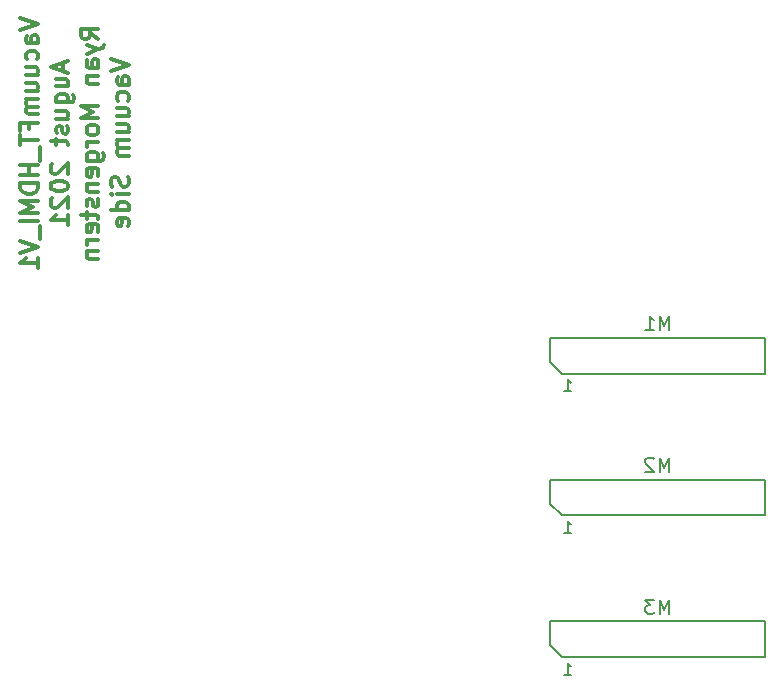
<source format=gbr>
%TF.GenerationSoftware,KiCad,Pcbnew,(5.1.10)-1*%
%TF.CreationDate,2022-04-08T13:19:25-06:00*%
%TF.ProjectId,VacuumFeedThruHDMI,56616375-756d-4466-9565-645468727548,rev?*%
%TF.SameCoordinates,Original*%
%TF.FileFunction,Legend,Bot*%
%TF.FilePolarity,Positive*%
%FSLAX46Y46*%
G04 Gerber Fmt 4.6, Leading zero omitted, Abs format (unit mm)*
G04 Created by KiCad (PCBNEW (5.1.10)-1) date 2022-04-08 13:19:25*
%MOMM*%
%LPD*%
G01*
G04 APERTURE LIST*
%ADD10C,0.300000*%
%ADD11C,0.150000*%
G04 APERTURE END LIST*
D10*
X-53946428Y41142857D02*
X-52446428Y40642857D01*
X-53946428Y40142857D01*
X-52446428Y39000000D02*
X-53232142Y39000000D01*
X-53375000Y39071428D01*
X-53446428Y39214285D01*
X-53446428Y39500000D01*
X-53375000Y39642857D01*
X-52517857Y39000000D02*
X-52446428Y39142857D01*
X-52446428Y39500000D01*
X-52517857Y39642857D01*
X-52660714Y39714285D01*
X-52803571Y39714285D01*
X-52946428Y39642857D01*
X-53017857Y39500000D01*
X-53017857Y39142857D01*
X-53089285Y39000000D01*
X-52517857Y37642857D02*
X-52446428Y37785714D01*
X-52446428Y38071428D01*
X-52517857Y38214285D01*
X-52589285Y38285714D01*
X-52732142Y38357142D01*
X-53160714Y38357142D01*
X-53303571Y38285714D01*
X-53375000Y38214285D01*
X-53446428Y38071428D01*
X-53446428Y37785714D01*
X-53375000Y37642857D01*
X-53446428Y36357142D02*
X-52446428Y36357142D01*
X-53446428Y37000000D02*
X-52660714Y37000000D01*
X-52517857Y36928571D01*
X-52446428Y36785714D01*
X-52446428Y36571428D01*
X-52517857Y36428571D01*
X-52589285Y36357142D01*
X-53446428Y35000000D02*
X-52446428Y35000000D01*
X-53446428Y35642857D02*
X-52660714Y35642857D01*
X-52517857Y35571428D01*
X-52446428Y35428571D01*
X-52446428Y35214285D01*
X-52517857Y35071428D01*
X-52589285Y35000000D01*
X-52446428Y34285714D02*
X-53446428Y34285714D01*
X-53303571Y34285714D02*
X-53375000Y34214285D01*
X-53446428Y34071428D01*
X-53446428Y33857142D01*
X-53375000Y33714285D01*
X-53232142Y33642857D01*
X-52446428Y33642857D01*
X-53232142Y33642857D02*
X-53375000Y33571428D01*
X-53446428Y33428571D01*
X-53446428Y33214285D01*
X-53375000Y33071428D01*
X-53232142Y33000000D01*
X-52446428Y33000000D01*
X-53232142Y31785714D02*
X-53232142Y32285714D01*
X-52446428Y32285714D02*
X-53946428Y32285714D01*
X-53946428Y31571428D01*
X-53946428Y31214285D02*
X-53946428Y30357142D01*
X-52446428Y30785714D02*
X-53946428Y30785714D01*
X-52303571Y30214285D02*
X-52303571Y29071428D01*
X-52446428Y28714285D02*
X-53946428Y28714285D01*
X-53232142Y28714285D02*
X-53232142Y27857142D01*
X-52446428Y27857142D02*
X-53946428Y27857142D01*
X-52446428Y27142857D02*
X-53946428Y27142857D01*
X-53946428Y26785714D01*
X-53875000Y26571428D01*
X-53732142Y26428571D01*
X-53589285Y26357142D01*
X-53303571Y26285714D01*
X-53089285Y26285714D01*
X-52803571Y26357142D01*
X-52660714Y26428571D01*
X-52517857Y26571428D01*
X-52446428Y26785714D01*
X-52446428Y27142857D01*
X-52446428Y25642857D02*
X-53946428Y25642857D01*
X-52875000Y25142857D01*
X-53946428Y24642857D01*
X-52446428Y24642857D01*
X-52446428Y23928571D02*
X-53946428Y23928571D01*
X-52303571Y23571428D02*
X-52303571Y22428571D01*
X-53946428Y22285714D02*
X-52446428Y21785714D01*
X-53946428Y21285714D01*
X-52446428Y20000000D02*
X-52446428Y20857142D01*
X-52446428Y20428571D02*
X-53946428Y20428571D01*
X-53732142Y20571428D01*
X-53589285Y20714285D01*
X-53517857Y20857142D01*
X-50325000Y37357142D02*
X-50325000Y36642857D01*
X-49896428Y37500000D02*
X-51396428Y37000000D01*
X-49896428Y36500000D01*
X-50896428Y35357142D02*
X-49896428Y35357142D01*
X-50896428Y36000000D02*
X-50110714Y36000000D01*
X-49967857Y35928571D01*
X-49896428Y35785714D01*
X-49896428Y35571428D01*
X-49967857Y35428571D01*
X-50039285Y35357142D01*
X-50896428Y34000000D02*
X-49682142Y34000000D01*
X-49539285Y34071428D01*
X-49467857Y34142857D01*
X-49396428Y34285714D01*
X-49396428Y34500000D01*
X-49467857Y34642857D01*
X-49967857Y34000000D02*
X-49896428Y34142857D01*
X-49896428Y34428571D01*
X-49967857Y34571428D01*
X-50039285Y34642857D01*
X-50182142Y34714285D01*
X-50610714Y34714285D01*
X-50753571Y34642857D01*
X-50825000Y34571428D01*
X-50896428Y34428571D01*
X-50896428Y34142857D01*
X-50825000Y34000000D01*
X-50896428Y32642857D02*
X-49896428Y32642857D01*
X-50896428Y33285714D02*
X-50110714Y33285714D01*
X-49967857Y33214285D01*
X-49896428Y33071428D01*
X-49896428Y32857142D01*
X-49967857Y32714285D01*
X-50039285Y32642857D01*
X-49967857Y32000000D02*
X-49896428Y31857142D01*
X-49896428Y31571428D01*
X-49967857Y31428571D01*
X-50110714Y31357142D01*
X-50182142Y31357142D01*
X-50325000Y31428571D01*
X-50396428Y31571428D01*
X-50396428Y31785714D01*
X-50467857Y31928571D01*
X-50610714Y32000000D01*
X-50682142Y32000000D01*
X-50825000Y31928571D01*
X-50896428Y31785714D01*
X-50896428Y31571428D01*
X-50825000Y31428571D01*
X-50896428Y30928571D02*
X-50896428Y30357142D01*
X-51396428Y30714285D02*
X-50110714Y30714285D01*
X-49967857Y30642857D01*
X-49896428Y30500000D01*
X-49896428Y30357142D01*
X-51253571Y28785714D02*
X-51325000Y28714285D01*
X-51396428Y28571428D01*
X-51396428Y28214285D01*
X-51325000Y28071428D01*
X-51253571Y28000000D01*
X-51110714Y27928571D01*
X-50967857Y27928571D01*
X-50753571Y28000000D01*
X-49896428Y28857142D01*
X-49896428Y27928571D01*
X-51396428Y27000000D02*
X-51396428Y26857142D01*
X-51325000Y26714285D01*
X-51253571Y26642857D01*
X-51110714Y26571428D01*
X-50825000Y26500000D01*
X-50467857Y26500000D01*
X-50182142Y26571428D01*
X-50039285Y26642857D01*
X-49967857Y26714285D01*
X-49896428Y26857142D01*
X-49896428Y27000000D01*
X-49967857Y27142857D01*
X-50039285Y27214285D01*
X-50182142Y27285714D01*
X-50467857Y27357142D01*
X-50825000Y27357142D01*
X-51110714Y27285714D01*
X-51253571Y27214285D01*
X-51325000Y27142857D01*
X-51396428Y27000000D01*
X-51253571Y25928571D02*
X-51325000Y25857142D01*
X-51396428Y25714285D01*
X-51396428Y25357142D01*
X-51325000Y25214285D01*
X-51253571Y25142857D01*
X-51110714Y25071428D01*
X-50967857Y25071428D01*
X-50753571Y25142857D01*
X-49896428Y26000000D01*
X-49896428Y25071428D01*
X-49896428Y23642857D02*
X-49896428Y24500000D01*
X-49896428Y24071428D02*
X-51396428Y24071428D01*
X-51182142Y24214285D01*
X-51039285Y24357142D01*
X-50967857Y24500000D01*
X-47346428Y39357142D02*
X-48060714Y39857142D01*
X-47346428Y40214285D02*
X-48846428Y40214285D01*
X-48846428Y39642857D01*
X-48775000Y39500000D01*
X-48703571Y39428571D01*
X-48560714Y39357142D01*
X-48346428Y39357142D01*
X-48203571Y39428571D01*
X-48132142Y39500000D01*
X-48060714Y39642857D01*
X-48060714Y40214285D01*
X-48346428Y38857142D02*
X-47346428Y38500000D01*
X-48346428Y38142857D02*
X-47346428Y38500000D01*
X-46989285Y38642857D01*
X-46917857Y38714285D01*
X-46846428Y38857142D01*
X-47346428Y36928571D02*
X-48132142Y36928571D01*
X-48275000Y37000000D01*
X-48346428Y37142857D01*
X-48346428Y37428571D01*
X-48275000Y37571428D01*
X-47417857Y36928571D02*
X-47346428Y37071428D01*
X-47346428Y37428571D01*
X-47417857Y37571428D01*
X-47560714Y37642857D01*
X-47703571Y37642857D01*
X-47846428Y37571428D01*
X-47917857Y37428571D01*
X-47917857Y37071428D01*
X-47989285Y36928571D01*
X-48346428Y36214285D02*
X-47346428Y36214285D01*
X-48203571Y36214285D02*
X-48275000Y36142857D01*
X-48346428Y36000000D01*
X-48346428Y35785714D01*
X-48275000Y35642857D01*
X-48132142Y35571428D01*
X-47346428Y35571428D01*
X-47346428Y33714285D02*
X-48846428Y33714285D01*
X-47775000Y33214285D01*
X-48846428Y32714285D01*
X-47346428Y32714285D01*
X-47346428Y31785714D02*
X-47417857Y31928571D01*
X-47489285Y32000000D01*
X-47632142Y32071428D01*
X-48060714Y32071428D01*
X-48203571Y32000000D01*
X-48275000Y31928571D01*
X-48346428Y31785714D01*
X-48346428Y31571428D01*
X-48275000Y31428571D01*
X-48203571Y31357142D01*
X-48060714Y31285714D01*
X-47632142Y31285714D01*
X-47489285Y31357142D01*
X-47417857Y31428571D01*
X-47346428Y31571428D01*
X-47346428Y31785714D01*
X-47346428Y30642857D02*
X-48346428Y30642857D01*
X-48060714Y30642857D02*
X-48203571Y30571428D01*
X-48275000Y30500000D01*
X-48346428Y30357142D01*
X-48346428Y30214285D01*
X-48346428Y29071428D02*
X-47132142Y29071428D01*
X-46989285Y29142857D01*
X-46917857Y29214285D01*
X-46846428Y29357142D01*
X-46846428Y29571428D01*
X-46917857Y29714285D01*
X-47417857Y29071428D02*
X-47346428Y29214285D01*
X-47346428Y29500000D01*
X-47417857Y29642857D01*
X-47489285Y29714285D01*
X-47632142Y29785714D01*
X-48060714Y29785714D01*
X-48203571Y29714285D01*
X-48275000Y29642857D01*
X-48346428Y29500000D01*
X-48346428Y29214285D01*
X-48275000Y29071428D01*
X-47417857Y27785714D02*
X-47346428Y27928571D01*
X-47346428Y28214285D01*
X-47417857Y28357142D01*
X-47560714Y28428571D01*
X-48132142Y28428571D01*
X-48275000Y28357142D01*
X-48346428Y28214285D01*
X-48346428Y27928571D01*
X-48275000Y27785714D01*
X-48132142Y27714285D01*
X-47989285Y27714285D01*
X-47846428Y28428571D01*
X-48346428Y27071428D02*
X-47346428Y27071428D01*
X-48203571Y27071428D02*
X-48275000Y27000000D01*
X-48346428Y26857142D01*
X-48346428Y26642857D01*
X-48275000Y26500000D01*
X-48132142Y26428571D01*
X-47346428Y26428571D01*
X-47417857Y25785714D02*
X-47346428Y25642857D01*
X-47346428Y25357142D01*
X-47417857Y25214285D01*
X-47560714Y25142857D01*
X-47632142Y25142857D01*
X-47775000Y25214285D01*
X-47846428Y25357142D01*
X-47846428Y25571428D01*
X-47917857Y25714285D01*
X-48060714Y25785714D01*
X-48132142Y25785714D01*
X-48275000Y25714285D01*
X-48346428Y25571428D01*
X-48346428Y25357142D01*
X-48275000Y25214285D01*
X-48346428Y24714285D02*
X-48346428Y24142857D01*
X-48846428Y24500000D02*
X-47560714Y24500000D01*
X-47417857Y24428571D01*
X-47346428Y24285714D01*
X-47346428Y24142857D01*
X-47417857Y23071428D02*
X-47346428Y23214285D01*
X-47346428Y23500000D01*
X-47417857Y23642857D01*
X-47560714Y23714285D01*
X-48132142Y23714285D01*
X-48275000Y23642857D01*
X-48346428Y23500000D01*
X-48346428Y23214285D01*
X-48275000Y23071428D01*
X-48132142Y23000000D01*
X-47989285Y23000000D01*
X-47846428Y23714285D01*
X-47346428Y22357142D02*
X-48346428Y22357142D01*
X-48060714Y22357142D02*
X-48203571Y22285714D01*
X-48275000Y22214285D01*
X-48346428Y22071428D01*
X-48346428Y21928571D01*
X-48346428Y21428571D02*
X-47346428Y21428571D01*
X-48203571Y21428571D02*
X-48275000Y21357142D01*
X-48346428Y21214285D01*
X-48346428Y21000000D01*
X-48275000Y20857142D01*
X-48132142Y20785714D01*
X-47346428Y20785714D01*
X-46296428Y37642857D02*
X-44796428Y37142857D01*
X-46296428Y36642857D01*
X-44796428Y35500000D02*
X-45582142Y35500000D01*
X-45725000Y35571428D01*
X-45796428Y35714285D01*
X-45796428Y36000000D01*
X-45725000Y36142857D01*
X-44867857Y35500000D02*
X-44796428Y35642857D01*
X-44796428Y36000000D01*
X-44867857Y36142857D01*
X-45010714Y36214285D01*
X-45153571Y36214285D01*
X-45296428Y36142857D01*
X-45367857Y36000000D01*
X-45367857Y35642857D01*
X-45439285Y35500000D01*
X-44867857Y34142857D02*
X-44796428Y34285714D01*
X-44796428Y34571428D01*
X-44867857Y34714285D01*
X-44939285Y34785714D01*
X-45082142Y34857142D01*
X-45510714Y34857142D01*
X-45653571Y34785714D01*
X-45725000Y34714285D01*
X-45796428Y34571428D01*
X-45796428Y34285714D01*
X-45725000Y34142857D01*
X-45796428Y32857142D02*
X-44796428Y32857142D01*
X-45796428Y33500000D02*
X-45010714Y33500000D01*
X-44867857Y33428571D01*
X-44796428Y33285714D01*
X-44796428Y33071428D01*
X-44867857Y32928571D01*
X-44939285Y32857142D01*
X-45796428Y31500000D02*
X-44796428Y31500000D01*
X-45796428Y32142857D02*
X-45010714Y32142857D01*
X-44867857Y32071428D01*
X-44796428Y31928571D01*
X-44796428Y31714285D01*
X-44867857Y31571428D01*
X-44939285Y31500000D01*
X-44796428Y30785714D02*
X-45796428Y30785714D01*
X-45653571Y30785714D02*
X-45725000Y30714285D01*
X-45796428Y30571428D01*
X-45796428Y30357142D01*
X-45725000Y30214285D01*
X-45582142Y30142857D01*
X-44796428Y30142857D01*
X-45582142Y30142857D02*
X-45725000Y30071428D01*
X-45796428Y29928571D01*
X-45796428Y29714285D01*
X-45725000Y29571428D01*
X-45582142Y29500000D01*
X-44796428Y29500000D01*
X-44867857Y27714285D02*
X-44796428Y27500000D01*
X-44796428Y27142857D01*
X-44867857Y27000000D01*
X-44939285Y26928571D01*
X-45082142Y26857142D01*
X-45225000Y26857142D01*
X-45367857Y26928571D01*
X-45439285Y27000000D01*
X-45510714Y27142857D01*
X-45582142Y27428571D01*
X-45653571Y27571428D01*
X-45725000Y27642857D01*
X-45867857Y27714285D01*
X-46010714Y27714285D01*
X-46153571Y27642857D01*
X-46225000Y27571428D01*
X-46296428Y27428571D01*
X-46296428Y27071428D01*
X-46225000Y26857142D01*
X-44796428Y26214285D02*
X-45796428Y26214285D01*
X-46296428Y26214285D02*
X-46225000Y26285714D01*
X-46153571Y26214285D01*
X-46225000Y26142857D01*
X-46296428Y26214285D01*
X-46153571Y26214285D01*
X-44796428Y24857142D02*
X-46296428Y24857142D01*
X-44867857Y24857142D02*
X-44796428Y25000000D01*
X-44796428Y25285714D01*
X-44867857Y25428571D01*
X-44939285Y25500000D01*
X-45082142Y25571428D01*
X-45510714Y25571428D01*
X-45653571Y25500000D01*
X-45725000Y25428571D01*
X-45796428Y25285714D01*
X-45796428Y25000000D01*
X-45725000Y24857142D01*
X-44867857Y23571428D02*
X-44796428Y23714285D01*
X-44796428Y24000000D01*
X-44867857Y24142857D01*
X-45010714Y24214285D01*
X-45582142Y24214285D01*
X-45725000Y24142857D01*
X-45796428Y24000000D01*
X-45796428Y23714285D01*
X-45725000Y23571428D01*
X-45582142Y23500000D01*
X-45439285Y23500000D01*
X-45296428Y24214285D01*
D11*
%TO.C,M3*%
X9080000Y-12960000D02*
X-8080000Y-12960000D01*
X9080000Y-9940000D02*
X9080000Y-12960000D01*
X-9080000Y-9940000D02*
X9080000Y-9940000D01*
X-9080000Y-11960000D02*
X-9080000Y-9940000D01*
X-8080000Y-12960000D02*
X-9080000Y-11960000D01*
%TO.C,M2*%
X9080000Y-960000D02*
X-8080000Y-960000D01*
X9080000Y2060000D02*
X9080000Y-960000D01*
X-9080000Y2060000D02*
X9080000Y2060000D01*
X-9080000Y40000D02*
X-9080000Y2060000D01*
X-8080000Y-960000D02*
X-9080000Y40000D01*
%TO.C,M1*%
X9080000Y11040000D02*
X-8080000Y11040000D01*
X9080000Y14060000D02*
X9080000Y11040000D01*
X-9080000Y14060000D02*
X9080000Y14060000D01*
X-9080000Y12040000D02*
X-9080000Y14060000D01*
X-8080000Y11040000D02*
X-9080000Y12040000D01*
%TO.C,M3*%
X971428Y-9282857D02*
X971428Y-8082857D01*
X571428Y-8940000D01*
X171428Y-8082857D01*
X171428Y-9282857D01*
X-285714Y-8082857D02*
X-1028571Y-8082857D01*
X-628571Y-8540000D01*
X-800000Y-8540000D01*
X-914285Y-8597142D01*
X-971428Y-8654285D01*
X-1028571Y-8768571D01*
X-1028571Y-9054285D01*
X-971428Y-9168571D01*
X-914285Y-9225714D01*
X-800000Y-9282857D01*
X-457142Y-9282857D01*
X-342857Y-9225714D01*
X-285714Y-9168571D01*
X-7905714Y-14442380D02*
X-7334285Y-14442380D01*
X-7619999Y-14442380D02*
X-7619999Y-13442380D01*
X-7524761Y-13585238D01*
X-7429523Y-13680476D01*
X-7334285Y-13728095D01*
%TO.C,M2*%
X971428Y2717142D02*
X971428Y3917142D01*
X571428Y3060000D01*
X171428Y3917142D01*
X171428Y2717142D01*
X-342857Y3802857D02*
X-400000Y3860000D01*
X-514285Y3917142D01*
X-800000Y3917142D01*
X-914285Y3860000D01*
X-971428Y3802857D01*
X-1028571Y3688571D01*
X-1028571Y3574285D01*
X-971428Y3402857D01*
X-285714Y2717142D01*
X-1028571Y2717142D01*
X-7905714Y-2442380D02*
X-7334285Y-2442380D01*
X-7619999Y-2442380D02*
X-7619999Y-1442380D01*
X-7524761Y-1585238D01*
X-7429523Y-1680476D01*
X-7334285Y-1728095D01*
%TO.C,M1*%
X971428Y14717142D02*
X971428Y15917142D01*
X571428Y15060000D01*
X171428Y15917142D01*
X171428Y14717142D01*
X-1028571Y14717142D02*
X-342857Y14717142D01*
X-685714Y14717142D02*
X-685714Y15917142D01*
X-571428Y15745714D01*
X-457142Y15631428D01*
X-342857Y15574285D01*
X-7905714Y9557619D02*
X-7334285Y9557619D01*
X-7619999Y9557619D02*
X-7619999Y10557619D01*
X-7524761Y10414761D01*
X-7429523Y10319523D01*
X-7334285Y10271904D01*
%TD*%
M02*

</source>
